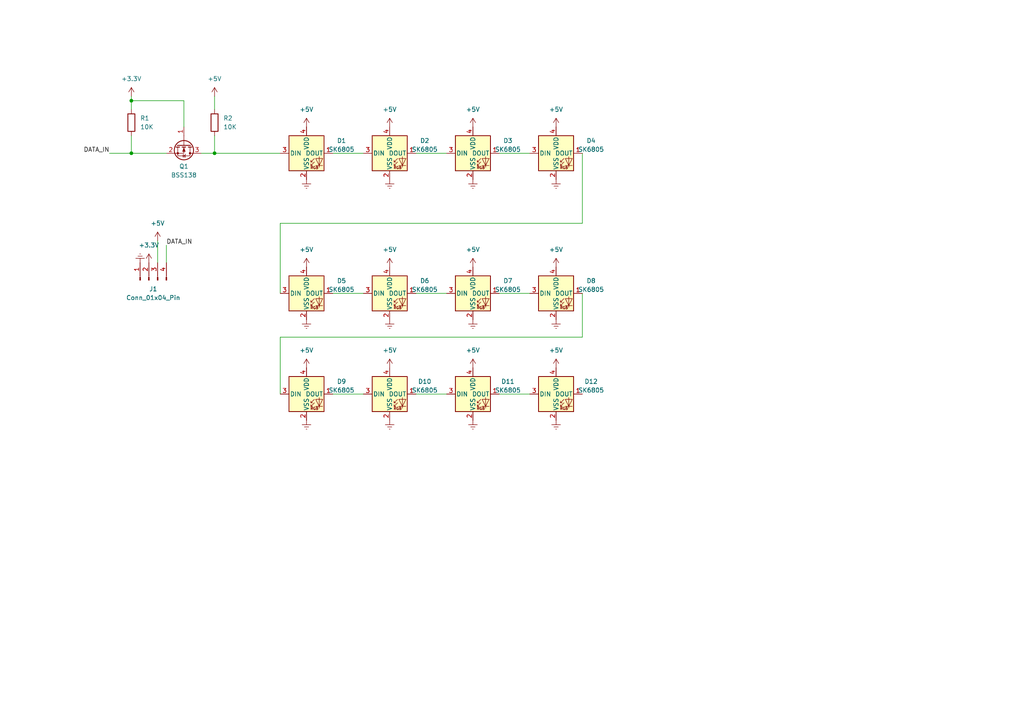
<source format=kicad_sch>
(kicad_sch (version 20230121) (generator eeschema)
  (paper "A4")
  (lib_symbols
    (symbol "Connector:Conn_01x04_Pin" (pin_names (offset 1.016) hide)
      (property "Reference" "J" (at 0 5.08 0))
      (property "Value" "Conn_01x04_Pin" (at 0 -7.62 0))
      (symbol "Conn_01x04_Pin_1_1"
        (polyline (pts (xy 1.27 -5.08) (xy 0.8636 -5.08)) (stroke (width 0.1524)))
        (polyline (pts (xy 1.27 -2.54) (xy 0.8636 -2.54)) (stroke (width 0.1524)))
        (polyline (pts (xy 1.27 0) (xy 0.8636 0)) (stroke (width 0.1524)))
        (polyline (pts (xy 1.27 2.54) (xy 0.8636 2.54)) (stroke (width 0.1524)))
        (rectangle (start 0.8636 -4.953) (end 0 -5.207) (stroke (width 0.1524)) (fill (type outline)))
        (rectangle (start 0.8636 -2.413) (end 0 -2.667) (stroke (width 0.1524)) (fill (type outline)))
        (rectangle (start 0.8636 0.127) (end 0 -0.127) (stroke (width 0.1524)) (fill (type outline)))
        (rectangle (start 0.8636 2.667) (end 0 2.413) (stroke (width 0.1524)) (fill (type outline)))
        (pin passive line (at 5.08 2.54 180) (length 3.81) (name "Pin_1") (number "1"))
        (pin passive line (at 5.08 0 180) (length 3.81) (name "Pin_2") (number "2"))
        (pin passive line (at 5.08 -2.54 180) (length 3.81) (name "Pin_3") (number "3"))
        (pin passive line (at 5.08 -5.08 180) (length 3.81) (name "Pin_4") (number "4"))
      )
    )
    (symbol "Device:R" (pin_numbers hide) (pin_names (offset 0))
      (property "Reference" "R" (at 2.032 0 90))
      (property "Value" "R" (at 0 0 90))
      (symbol "R_0_1"
        (rectangle (start -1.016 -2.54) (end 1.016 2.54) (stroke (width 0.254)))
      )
      (symbol "R_1_1"
        (pin passive line (at 0 3.81 270) (length 1.27) (name "~") (number "1"))
        (pin passive line (at 0 -3.81 90) (length 1.27) (name "~") (number "2"))
      )
    )
    (symbol "LED:SK6805" (pin_names (offset 0.254))
      (property "Reference" "D" (at 5.08 5.715 0))
      (property "Value" "SK6805" (at 1.27 -5.715 0))
      (symbol "SK6805_0_0"
        (text "RGB" (at 2.286 -4.191 0) (effects (font (size 0.762 0.762))))
      )
      (symbol "SK6805_0_1"
        (polyline (pts (xy 1.27 -3.556) (xy 1.778 -3.556)))
        (polyline (pts (xy 1.27 -2.54) (xy 1.778 -2.54)))
        (polyline (pts (xy 4.699 -3.556) (xy 2.667 -3.556)))
        (polyline (pts (xy 2.286 -2.54) (xy 1.27 -3.556) (xy 1.27 -3.048)))
        (polyline (pts (xy 2.286 -1.524) (xy 1.27 -2.54) (xy 1.27 -2.032)))
        (polyline (pts (xy 3.683 -1.016) (xy 3.683 -3.556) (xy 3.683 -4.064)))
        (polyline (pts (xy 4.699 -1.524) (xy 2.667 -1.524) (xy 3.683 -3.556) (xy 4.699 -1.524)))
        (rectangle (start 5.08 5.08) (end -5.08 -5.08) (stroke (width 0.254)) (fill (type background)))
      )
      (symbol "SK6805_1_1"
        (pin output line (at 7.62 0 180) (length 2.54) (name "DOUT") (number "1"))
        (pin power_in line (at 0 -7.62 90) (length 2.54) (name "VSS") (number "2"))
        (pin input line (at -7.62 0 0) (length 2.54) (name "DIN") (number "3"))
        (pin power_in line (at 0 7.62 270) (length 2.54) (name "VDD") (number "4"))
      )
    )
    (symbol "Transistor_FET:BSS138" (pin_names hide)
      (property "Reference" "Q" (at 5.08 1.905 0))
      (property "Value" "BSS138" (at 5.08 0 0))
      (symbol "BSS138_0_1"
        (polyline (pts (xy 0.254 0) (xy -2.54 0)))
        (polyline (pts (xy 0.254 1.905) (xy 0.254 -1.905)) (stroke (width 0.254)))
        (polyline (pts (xy 0.762 -1.27) (xy 0.762 -2.286)) (stroke (width 0.254)))
        (polyline (pts (xy 0.762 0.508) (xy 0.762 -0.508)) (stroke (width 0.254)))
        (polyline (pts (xy 0.762 2.286) (xy 0.762 1.27)) (stroke (width 0.254)))
        (polyline (pts (xy 2.54 2.54) (xy 2.54 1.778)))
        (polyline (pts (xy 2.54 -2.54) (xy 2.54 0) (xy 0.762 0)))
        (polyline (pts (xy 0.762 -1.778) (xy 3.302 -1.778) (xy 3.302 1.778) (xy 0.762 1.778)))
        (polyline (pts (xy 1.016 0) (xy 2.032 0.381) (xy 2.032 -0.381) (xy 1.016 0)) (fill (type outline)))
        (polyline (pts (xy 2.794 0.508) (xy 2.921 0.381) (xy 3.683 0.381) (xy 3.81 0.254)))
        (polyline (pts (xy 3.302 0.381) (xy 2.921 -0.254) (xy 3.683 -0.254) (xy 3.302 0.381)))
        (circle (center 1.651 0) (radius 2.794) (stroke (width 0.254)))
        (circle (center 2.54 -1.778) (radius 0.254) (fill (type outline)))
        (circle (center 2.54 1.778) (radius 0.254) (fill (type outline)))
      )
      (symbol "BSS138_1_1"
        (pin input line (at -5.08 0 0) (length 2.54) (name "G") (number "1"))
        (pin passive line (at 2.54 -5.08 90) (length 2.54) (name "S") (number "2"))
        (pin passive line (at 2.54 5.08 270) (length 2.54) (name "D") (number "3"))
      )
    )
    (symbol "power:+3.3V" (power) (pin_names (offset 0))
      (property "Value" "+3.3V" (at 0 3.556 0))
      (symbol "+3.3V_0_1"
        (polyline (pts (xy -0.762 1.27) (xy 0 2.54)))
        (polyline (pts (xy 0 0) (xy 0 2.54)))
        (polyline (pts (xy 0 2.54) (xy 0.762 1.27)))
      )
      (symbol "+3.3V_1_1"
        (pin power_in line (at 0 0 90) (length 0) hide (name "+3.3V") (number "1"))
      )
    )
    (symbol "power:+5V" (power) (pin_names (offset 0))
      (property "Value" "+5V" (at 0 3.556 0))
      (symbol "+5V_0_1"
        (polyline (pts (xy -0.762 1.27) (xy 0 2.54)))
        (polyline (pts (xy 0 0) (xy 0 2.54)))
        (polyline (pts (xy 0 2.54) (xy 0.762 1.27)))
      )
      (symbol "+5V_1_1"
        (pin power_in line (at 0 0 90) (length 0) hide (name "+5V") (number "1"))
      )
    )
    (symbol "power:Earth" (power) (pin_names (offset 0))
      (symbol "Earth_0_1"
        (polyline (pts (xy -0.635 -1.905) (xy 0.635 -1.905)))
        (polyline (pts (xy -0.127 -2.54) (xy 0.127 -2.54)))
        (polyline (pts (xy 0 -1.27) (xy 0 0)))
        (polyline (pts (xy 1.27 -1.27) (xy -1.27 -1.27)))
      )
      (symbol "Earth_1_1"
        (pin power_in line (at 0 0 270) (length 0) hide (name "Earth") (number "1"))
      )
    )
  )
  (junction (at 62.23 44.45))
  (junction (at 38.1 44.45))
  (junction (at 38.1 29.21))
  (wire (pts (xy 38.1 44.45) (xy 48.26 44.45)))
  (wire (pts (xy 62.23 39.37) (xy 62.23 44.45)))
  (wire (pts (xy 120.65 44.45) (xy 129.54 44.45)))
  (wire (pts (xy 81.28 64.77) (xy 168.91 64.77)))
  (wire (pts (xy 62.23 27.94) (xy 62.23 31.75)))
  (wire (pts (xy 45.72 69.85) (xy 45.72 76.2)))
  (wire (pts (xy 96.52 85.09) (xy 105.41 85.09)))
  (wire (pts (xy 81.28 85.09) (xy 81.28 64.77)))
  (wire (pts (xy 38.1 39.37) (xy 38.1 44.45)))
  (wire (pts (xy 62.23 44.45) (xy 81.28 44.45)))
  (wire (pts (xy 168.91 85.09) (xy 168.91 97.79)))
  (wire (pts (xy 96.52 114.3) (xy 105.41 114.3)))
  (wire (pts (xy 38.1 27.94) (xy 38.1 29.21)))
  (wire (pts (xy 48.26 71.12) (xy 48.26 76.2)))
  (wire (pts (xy 31.75 44.45) (xy 38.1 44.45)))
  (wire (pts (xy 96.52 44.45) (xy 105.41 44.45)))
  (wire (pts (xy 144.78 85.09) (xy 153.67 85.09)))
  (wire (pts (xy 144.78 114.3) (xy 153.67 114.3)))
  (wire (pts (xy 168.91 64.77) (xy 168.91 44.45)))
  (wire (pts (xy 53.34 36.83) (xy 53.34 29.21)))
  (wire (pts (xy 38.1 29.21) (xy 38.1 31.75)))
  (wire (pts (xy 62.23 44.45) (xy 58.42 44.45)))
  (wire (pts (xy 120.65 114.3) (xy 129.54 114.3)))
  (wire (pts (xy 144.78 44.45) (xy 153.67 44.45)))
  (wire (pts (xy 120.65 85.09) (xy 129.54 85.09)))
  (wire (pts (xy 53.34 29.21) (xy 38.1 29.21)))
  (wire (pts (xy 168.91 97.79) (xy 81.28 97.79)))
  (wire (pts (xy 81.28 97.79) (xy 81.28 114.3)))
  (label "DATA_IN" (at 48.26 71.12 0))
  (label "DATA_IN" (at 31.75 44.45 180))
  (symbol (lib_id "LED:SK6805") (at 161.29 85.09 0) (unit 1)
    (property "Reference" "D8" (at 171.45 81.4421 0))
    (property "Value" "SK6805" (at 171.45 83.9821 0))
    (property "Footprint" "LED_SMD:LED_SK6805_PLCC4_2.4x2.7mm_P1.3mm" (effects hide))
    (property "Datasheet" "https://cdn-shop.adafruit.com/product-files/3484/3484_Datasheet.pdf" (effects hide))
    (property "JLC" "C2890036" (effects hide))
  )
  (symbol (lib_id "power:+5V") (at 161.29 106.68 0) (unit 1)
    (property "Reference" "#PWR025" (effects hide))
    (property "Value" "+5V" (at 161.29 101.6 0))
  )
  (symbol (lib_id "power:Earth") (at 40.64 76.2 180) (unit 1)
    (property "Reference" "#PWR027" (effects hide))
    (property "Value" "Earth" (effects hide))
  )
  (symbol (lib_id "power:+5V") (at 62.23 27.94 0) (unit 1)
    (property "Reference" "#PWR04" (effects hide))
    (property "Value" "+5V" (at 62.23 22.86 0))
  )
  (symbol (lib_id "LED:SK6805") (at 161.29 114.3 0) (unit 1)
    (property "Reference" "D12" (at 171.45 110.6521 0))
    (property "Value" "SK6805" (at 171.45 113.1921 0))
    (property "Footprint" "LED_SMD:LED_SK6805_PLCC4_2.4x2.7mm_P1.3mm" (effects hide))
    (property "Datasheet" "https://cdn-shop.adafruit.com/product-files/3484/3484_Datasheet.pdf" (effects hide))
    (property "JLC" "C2890036" (effects hide))
  )
  (symbol (lib_id "power:+5V") (at 45.72 69.85 0) (unit 1)
    (property "Reference" "#PWR029" (effects hide))
    (property "Value" "+5V" (at 45.72 64.77 0))
  )
  (symbol (lib_id "power:Earth") (at 88.9 52.07 0) (unit 1)
    (property "Reference" "#PWR05" (effects hide))
    (property "Value" "Earth" (effects hide))
  )
  (symbol (lib_id "LED:SK6805") (at 88.9 114.3 0) (unit 1)
    (property "Reference" "D9" (at 99.06 110.6521 0))
    (property "Value" "SK6805" (at 99.06 113.1921 0))
    (property "Footprint" "LED_SMD:LED_SK6805_PLCC4_2.4x2.7mm_P1.3mm" (effects hide))
    (property "Datasheet" "https://cdn-shop.adafruit.com/product-files/3484/3484_Datasheet.pdf" (effects hide))
    (property "JLC" "C2890036" (effects hide))
  )
  (symbol (lib_id "power:+5V") (at 88.9 36.83 0) (unit 1)
    (property "Reference" "#PWR01" (effects hide))
    (property "Value" "+5V" (at 88.9 31.75 0))
  )
  (symbol (lib_id "Transistor_FET:BSS138") (at 53.34 41.91 270) (unit 1)
    (property "Reference" "Q1" (at 53.34 48.26 90))
    (property "Value" "BSS138" (at 53.34 50.8 90))
    (property "Footprint" "Package_TO_SOT_SMD:SOT-23" (effects hide))
    (property "Datasheet" "https://www.onsemi.com/pub/Collateral/BSS138-D.PDF" (effects hide))
  )
  (symbol (lib_id "power:Earth") (at 113.03 52.07 0) (unit 1)
    (property "Reference" "#PWR06" (effects hide))
    (property "Value" "Earth" (effects hide))
  )
  (symbol (lib_id "power:Earth") (at 137.16 52.07 0) (unit 1)
    (property "Reference" "#PWR08" (effects hide))
    (property "Value" "Earth" (effects hide))
  )
  (symbol (lib_id "Connector:Conn_01x04_Pin") (at 43.18 81.28 90) (unit 1)
    (property "Reference" "J1" (at 44.45 83.82 90))
    (property "Value" "Conn_01x04_Pin" (at 44.45 86.36 90))
    (property "Footprint" "Connector_PinHeader_2.54mm:PinHeader_1x04_P2.54mm_Vertical" (effects hide))
  )
  (symbol (lib_id "power:Earth") (at 113.03 121.92 0) (unit 1)
    (property "Reference" "#PWR022" (effects hide))
    (property "Value" "Earth" (effects hide))
  )
  (symbol (lib_id "LED:SK6805") (at 137.16 44.45 0) (unit 1)
    (property "Reference" "D3" (at 147.32 40.8021 0))
    (property "Value" "SK6805" (at 147.32 43.3421 0))
    (property "Footprint" "LED_SMD:LED_SK6805_PLCC4_2.4x2.7mm_P1.3mm" (effects hide))
    (property "Datasheet" "https://cdn-shop.adafruit.com/product-files/3484/3484_Datasheet.pdf" (effects hide))
    (property "JLC" "C2890036" (effects hide))
  )
  (symbol (lib_id "power:+5V") (at 88.9 106.68 0) (unit 1)
    (property "Reference" "#PWR019" (effects hide))
    (property "Value" "+5V" (at 88.9 101.6 0))
  )
  (symbol (lib_id "LED:SK6805") (at 88.9 85.09 0) (unit 1)
    (property "Reference" "D5" (at 99.06 81.4421 0))
    (property "Value" "SK6805" (at 99.06 83.9821 0))
    (property "Footprint" "LED_SMD:LED_SK6805_PLCC4_2.4x2.7mm_P1.3mm" (effects hide))
    (property "Datasheet" "https://cdn-shop.adafruit.com/product-files/3484/3484_Datasheet.pdf" (effects hide))
    (property "JLC" "C2890036" (effects hide))
    (property "JLCPCB Rotation Offset" "90" (effects hide))
  )
  (symbol (lib_id "power:Earth") (at 161.29 121.92 0) (unit 1)
    (property "Reference" "#PWR026" (effects hide))
    (property "Value" "Earth" (effects hide))
  )
  (symbol (lib_id "power:Earth") (at 137.16 92.71 0) (unit 1)
    (property "Reference" "#PWR016" (effects hide))
    (property "Value" "Earth" (effects hide))
  )
  (symbol (lib_id "power:Earth") (at 113.03 92.71 0) (unit 1)
    (property "Reference" "#PWR014" (effects hide))
    (property "Value" "Earth" (effects hide))
  )
  (symbol (lib_id "LED:SK6805") (at 113.03 114.3 0) (unit 1)
    (property "Reference" "D10" (at 123.19 110.6521 0))
    (property "Value" "SK6805" (at 123.19 113.1921 0))
    (property "Footprint" "LED_SMD:LED_SK6805_PLCC4_2.4x2.7mm_P1.3mm" (effects hide))
    (property "Datasheet" "https://cdn-shop.adafruit.com/product-files/3484/3484_Datasheet.pdf" (effects hide))
    (property "JLC" "C2890036" (effects hide))
  )
  (symbol (lib_id "power:+3.3V") (at 38.1 27.94 0) (unit 1)
    (property "Reference" "#PWR03" (effects hide))
    (property "Value" "+3.3V" (at 38.1 22.86 0))
  )
  (symbol (lib_id "LED:SK6805") (at 88.9 44.45 0) (unit 1)
    (property "Reference" "D1" (at 99.06 40.8021 0))
    (property "Value" "SK6805" (at 99.06 43.3421 0))
    (property "Footprint" "LED_SMD:LED_SK6805_PLCC4_2.4x2.7mm_P1.3mm" (effects hide))
    (property "Datasheet" "https://cdn-shop.adafruit.com/product-files/3484/3484_Datasheet.pdf" (effects hide))
    (property "JLC" "C2890036" (effects hide))
  )
  (symbol (lib_id "power:+5V") (at 137.16 77.47 0) (unit 1)
    (property "Reference" "#PWR015" (effects hide))
    (property "Value" "+5V" (at 137.16 72.39 0))
  )
  (symbol (lib_id "power:+5V") (at 113.03 36.83 0) (unit 1)
    (property "Reference" "#PWR02" (effects hide))
    (property "Value" "+5V" (at 113.03 31.75 0))
  )
  (symbol (lib_id "power:+5V") (at 161.29 36.83 0) (unit 1)
    (property "Reference" "#PWR09" (effects hide))
    (property "Value" "+5V" (at 161.29 31.75 0))
  )
  (symbol (lib_id "power:+5V") (at 161.29 77.47 0) (unit 1)
    (property "Reference" "#PWR017" (effects hide))
    (property "Value" "+5V" (at 161.29 72.39 0))
  )
  (symbol (lib_id "LED:SK6805") (at 113.03 44.45 0) (unit 1)
    (property "Reference" "D2" (at 123.19 40.8021 0))
    (property "Value" "SK6805" (at 123.19 43.3421 0))
    (property "Footprint" "LED_SMD:LED_SK6805_PLCC4_2.4x2.7mm_P1.3mm" (effects hide))
    (property "Datasheet" "https://cdn-shop.adafruit.com/product-files/3484/3484_Datasheet.pdf" (effects hide))
    (property "JLC" "C2890036" (effects hide))
  )
  (symbol (lib_id "power:+5V") (at 137.16 36.83 0) (unit 1)
    (property "Reference" "#PWR07" (effects hide))
    (property "Value" "+5V" (at 137.16 31.75 0))
  )
  (symbol (lib_id "power:+5V") (at 113.03 106.68 0) (unit 1)
    (property "Reference" "#PWR021" (effects hide))
    (property "Value" "+5V" (at 113.03 101.6 0))
  )
  (symbol (lib_id "power:Earth") (at 88.9 121.92 0) (unit 1)
    (property "Reference" "#PWR020" (effects hide))
    (property "Value" "Earth" (effects hide))
  )
  (symbol (lib_id "power:+5V") (at 137.16 106.68 0) (unit 1)
    (property "Reference" "#PWR023" (effects hide))
    (property "Value" "+5V" (at 137.16 101.6 0))
  )
  (symbol (lib_id "LED:SK6805") (at 137.16 114.3 0) (unit 1)
    (property "Reference" "D11" (at 147.32 110.6521 0))
    (property "Value" "SK6805" (at 147.32 113.1921 0))
    (property "Footprint" "LED_SMD:LED_SK6805_PLCC4_2.4x2.7mm_P1.3mm" (effects hide))
    (property "Datasheet" "https://cdn-shop.adafruit.com/product-files/3484/3484_Datasheet.pdf" (effects hide))
    (property "JLC" "C2890036" (effects hide))
  )
  (symbol (lib_id "LED:SK6805") (at 137.16 85.09 0) (unit 1)
    (property "Reference" "D7" (at 147.32 81.4421 0))
    (property "Value" "SK6805" (at 147.32 83.9821 0))
    (property "Footprint" "LED_SMD:LED_SK6805_PLCC4_2.4x2.7mm_P1.3mm" (effects hide))
    (property "Datasheet" "https://cdn-shop.adafruit.com/product-files/3484/3484_Datasheet.pdf" (effects hide))
    (property "JLC" "C2890036" (effects hide))
  )
  (symbol (lib_id "power:+3.3V") (at 43.18 76.2 0) (unit 1)
    (property "Reference" "#PWR028" (effects hide))
    (property "Value" "+3.3V" (at 43.18 71.12 0))
  )
  (symbol (lib_id "power:+5V") (at 88.9 77.47 0) (unit 1)
    (property "Reference" "#PWR011" (effects hide))
    (property "Value" "+5V" (at 88.9 72.39 0))
  )
  (symbol (lib_id "power:Earth") (at 88.9 92.71 0) (unit 1)
    (property "Reference" "#PWR012" (effects hide))
    (property "Value" "Earth" (effects hide))
  )
  (symbol (lib_id "LED:SK6805") (at 113.03 85.09 0) (unit 1)
    (property "Reference" "D6" (at 123.19 81.4421 0))
    (property "Value" "SK6805" (at 123.19 83.9821 0))
    (property "Footprint" "LED_SMD:LED_SK6805_PLCC4_2.4x2.7mm_P1.3mm" (effects hide))
    (property "Datasheet" "https://cdn-shop.adafruit.com/product-files/3484/3484_Datasheet.pdf" (effects hide))
    (property "JLC" "C2890036" (effects hide))
  )
  (symbol (lib_id "power:+5V") (at 113.03 77.47 0) (unit 1)
    (property "Reference" "#PWR013" (effects hide))
    (property "Value" "+5V" (at 113.03 72.39 0))
  )
  (symbol (lib_id "power:Earth") (at 161.29 92.71 0) (unit 1)
    (property "Reference" "#PWR018" (effects hide))
    (property "Value" "Earth" (effects hide))
  )
  (symbol (lib_id "Device:R") (at 38.1 35.56 0) (unit 1)
    (property "Reference" "R1" (at 40.64 34.29 0) (effects (justify left)))
    (property "Value" "10K" (at 40.64 36.83 0) (effects (justify left)))
    (property "Footprint" "Resistor_SMD:R_0402_1005Metric" (effects hide))
    (property "JLC" "C25744" (effects hide))
  )
  (symbol (lib_id "power:Earth") (at 137.16 121.92 0) (unit 1)
    (property "Reference" "#PWR024" (effects hide))
    (property "Value" "Earth" (effects hide))
  )
  (symbol (lib_id "LED:SK6805") (at 161.29 44.45 0) (unit 1)
    (property "Reference" "D4" (at 171.45 40.8021 0))
    (property "Value" "SK6805" (at 171.45 43.3421 0))
    (property "Footprint" "LED_SMD:LED_SK6805_PLCC4_2.4x2.7mm_P1.3mm" (effects hide))
    (property "Datasheet" "https://cdn-shop.adafruit.com/product-files/3484/3484_Datasheet.pdf" (effects hide))
    (property "JLC" "C2890036" (effects hide))
  )
  (symbol (lib_id "Device:R") (at 62.23 35.56 0) (unit 1)
    (property "Reference" "R2" (at 64.77 34.29 0) (effects (justify left)))
    (property "Value" "10K" (at 64.77 36.83 0) (effects (justify left)))
    (property "Footprint" "Resistor_SMD:R_0402_1005Metric" (effects hide))
    (property "JLC" "C25744" (effects hide))
  )
  (symbol (lib_id "power:Earth") (at 161.29 52.07 0) (unit 1)
    (property "Reference" "#PWR010" (effects hide))
    (property "Value" "Earth" (effects hide))
  )
)
</source>
